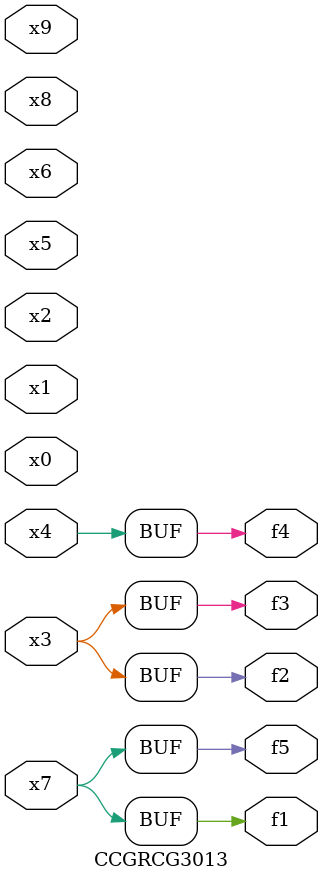
<source format=v>
module CCGRCG3013(
	input x0, x1, x2, x3, x4, x5, x6, x7, x8, x9,
	output f1, f2, f3, f4, f5
);
	assign f1 = x7;
	assign f2 = x3;
	assign f3 = x3;
	assign f4 = x4;
	assign f5 = x7;
endmodule

</source>
